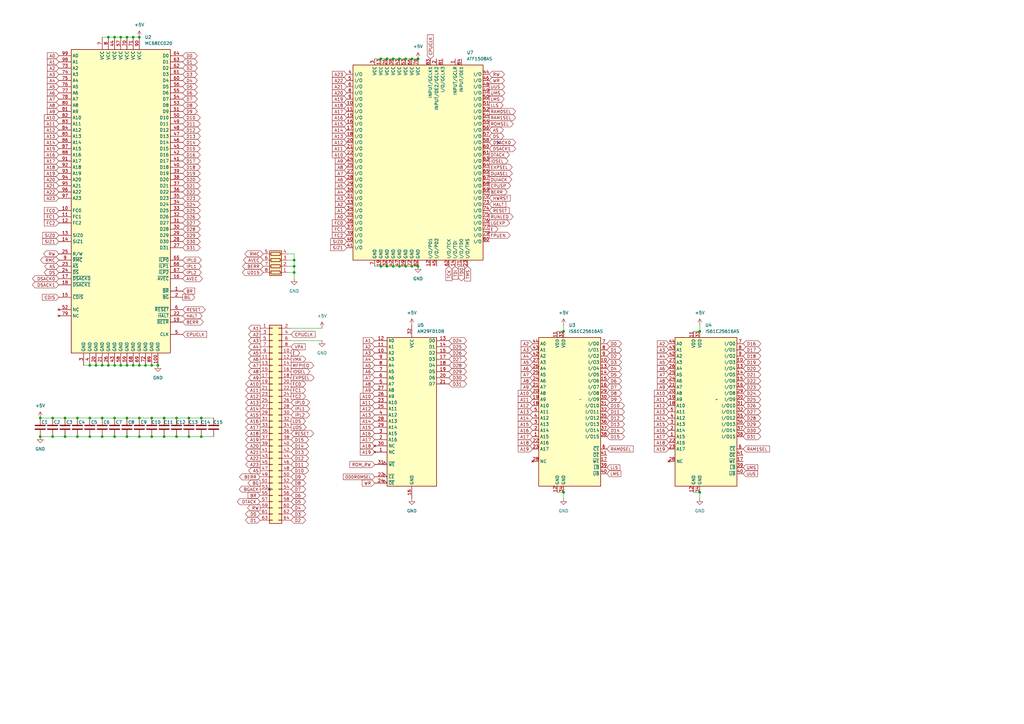
<source format=kicad_sch>
(kicad_sch (version 20231120) (generator "eeschema") (generator_version "8.0")
  (paper "A3")
  (title_block (title "Simple-68020") (company "Malcolm Harrow, 2024, MIT License"))
  (junction (at 120.65 111.76))
  (junction (at 72.39 179.07))
  (junction (at 41.91 179.07))
  (junction (at 287.02 135.89))
  (junction (at 49.53 149.86))
  (junction (at 231.14 201.93))
  (junction (at 82.55 171.45))
  (junction (at 161.29 109.22))
  (junction (at 44.45 15.24))
  (junction (at 26.67 171.45))
  (junction (at 26.67 179.07))
  (junction (at 46.99 149.86))
  (junction (at 156.21 109.22))
  (junction (at 171.45 24.13))
  (junction (at 46.99 171.45))
  (junction (at 67.31 179.07))
  (junction (at 163.83 24.13))
  (junction (at 82.55 179.07))
  (junction (at 120.65 109.22))
  (junction (at 59.69 149.86))
  (junction (at 57.15 179.07))
  (junction (at 16.51 179.07))
  (junction (at 158.75 109.22))
  (junction (at 120.65 106.68))
  (junction (at 36.83 179.07))
  (junction (at 31.75 179.07))
  (junction (at 72.39 171.45))
  (junction (at 44.45 149.86))
  (junction (at 39.37 149.86))
  (junction (at 54.61 15.24))
  (junction (at 158.75 24.13))
  (junction (at 168.91 109.22))
  (junction (at 41.91 149.86))
  (junction (at 171.45 109.22))
  (junction (at 52.07 179.07))
  (junction (at 54.61 149.86))
  (junction (at 49.53 15.24))
  (junction (at 36.83 149.86))
  (junction (at 41.91 171.45))
  (junction (at 62.23 149.86))
  (junction (at 163.83 109.22))
  (junction (at 161.29 24.13))
  (junction (at 62.23 171.45))
  (junction (at 287.02 201.93))
  (junction (at 168.91 24.13))
  (junction (at 166.37 109.22))
  (junction (at 52.07 171.45))
  (junction (at 67.31 171.45))
  (junction (at 77.47 171.45))
  (junction (at 36.83 171.45))
  (junction (at 57.15 15.24))
  (junction (at 16.51 171.45))
  (junction (at 231.14 135.89))
  (junction (at 156.21 24.13))
  (junction (at 57.15 149.86))
  (junction (at 77.47 179.07))
  (junction (at 21.59 179.07))
  (junction (at 166.37 24.13))
  (junction (at 62.23 179.07))
  (junction (at 57.15 171.45))
  (junction (at 21.59 171.45))
  (junction (at 31.75 171.45))
  (junction (at 64.77 149.86))
  (junction (at 46.99 15.24))
  (junction (at 52.07 15.24))
  (junction (at 52.07 149.86))
  (junction (at 46.99 179.07))
  (no_connect (at 204.47 58.42))
  (no_connect (at 110.49 200.66))
  (wire (pts (xy 287.02 201.93) (xy 287.02 204.47)))
  (wire (pts (xy 62.23 179.07) (xy 67.31 179.07)))
  (wire (pts (xy 120.65 111.76) (xy 120.65 109.22)))
  (wire (pts (xy 72.39 179.07) (xy 77.47 179.07)))
  (wire (pts (xy 287.02 133.35) (xy 287.02 135.89)))
  (wire (pts (xy 284.48 135.89) (xy 287.02 135.89)))
  (wire (pts (xy 153.67 24.13) (xy 156.21 24.13)))
  (wire (pts (xy 118.11 109.22) (xy 120.65 109.22)))
  (wire (pts (xy 41.91 15.24) (xy 44.45 15.24)))
  (wire (pts (xy 77.47 179.07) (xy 82.55 179.07)))
  (wire (pts (xy 49.53 15.24) (xy 52.07 15.24)))
  (wire (pts (xy 54.61 149.86) (xy 57.15 149.86)))
  (wire (pts (xy 119.38 134.62) (xy 132.08 134.62)))
  (wire (pts (xy 36.83 179.07) (xy 41.91 179.07)))
  (wire (pts (xy 153.67 109.22) (xy 156.21 109.22)))
  (wire (pts (xy 67.31 179.07) (xy 72.39 179.07)))
  (wire (pts (xy 36.83 171.45) (xy 41.91 171.45)))
  (wire (pts (xy 16.51 171.45) (xy 21.59 171.45)))
  (wire (pts (xy 120.65 106.68) (xy 120.65 104.14)))
  (wire (pts (xy 161.29 109.22) (xy 163.83 109.22)))
  (wire (pts (xy 231.14 201.93) (xy 231.14 204.47)))
  (wire (pts (xy 166.37 109.22) (xy 168.91 109.22)))
  (wire (pts (xy 36.83 149.86) (xy 39.37 149.86)))
  (wire (pts (xy 118.11 104.14) (xy 120.65 104.14)))
  (wire (pts (xy 57.15 171.45) (xy 62.23 171.45)))
  (wire (pts (xy 166.37 24.13) (xy 168.91 24.13)))
  (wire (pts (xy 163.83 109.22) (xy 166.37 109.22)))
  (wire (pts (xy 44.45 15.24) (xy 46.99 15.24)))
  (wire (pts (xy 52.07 149.86) (xy 54.61 149.86)))
  (wire (pts (xy 120.65 109.22) (xy 120.65 106.68)))
  (wire (pts (xy 156.21 109.22) (xy 158.75 109.22)))
  (wire (pts (xy 16.51 179.07) (xy 21.59 179.07)))
  (wire (pts (xy 52.07 15.24) (xy 54.61 15.24)))
  (wire (pts (xy 44.45 149.86) (xy 46.99 149.86)))
  (wire (pts (xy 168.91 24.13) (xy 171.45 24.13)))
  (wire (pts (xy 31.75 179.07) (xy 36.83 179.07)))
  (wire (pts (xy 46.99 15.24) (xy 49.53 15.24)))
  (wire (pts (xy 82.55 179.07) (xy 87.63 179.07)))
  (wire (pts (xy 231.14 133.35) (xy 231.14 135.89)))
  (wire (pts (xy 26.67 179.07) (xy 31.75 179.07)))
  (wire (pts (xy 120.65 114.3) (xy 120.65 111.76)))
  (wire (pts (xy 168.91 109.22) (xy 171.45 109.22)))
  (wire (pts (xy 57.15 149.86) (xy 59.69 149.86)))
  (wire (pts (xy 118.11 106.68) (xy 120.65 106.68)))
  (wire (pts (xy 31.75 171.45) (xy 36.83 171.45)))
  (wire (pts (xy 156.21 24.13) (xy 158.75 24.13)))
  (wire (pts (xy 26.67 171.45) (xy 31.75 171.45)))
  (wire (pts (xy 46.99 149.86) (xy 49.53 149.86)))
  (wire (pts (xy 57.15 179.07) (xy 62.23 179.07)))
  (wire (pts (xy 46.99 179.07) (xy 52.07 179.07)))
  (wire (pts (xy 34.29 149.86) (xy 36.83 149.86)))
  (wire (pts (xy 59.69 149.86) (xy 62.23 149.86)))
  (wire (pts (xy 228.6 201.93) (xy 231.14 201.93)))
  (wire (pts (xy 46.99 171.45) (xy 52.07 171.45)))
  (wire (pts (xy 77.47 171.45) (xy 82.55 171.45)))
  (wire (pts (xy 67.31 171.45) (xy 72.39 171.45)))
  (wire (pts (xy 158.75 24.13) (xy 161.29 24.13)))
  (wire (pts (xy 161.29 24.13) (xy 163.83 24.13)))
  (wire (pts (xy 52.07 179.07) (xy 57.15 179.07)))
  (wire (pts (xy 49.53 149.86) (xy 52.07 149.86)))
  (wire (pts (xy 118.11 111.76) (xy 120.65 111.76)))
  (wire (pts (xy 62.23 149.86) (xy 64.77 149.86)))
  (wire (pts (xy 163.83 24.13) (xy 166.37 24.13)))
  (wire (pts (xy 158.75 109.22) (xy 161.29 109.22)))
  (wire (pts (xy 39.37 149.86) (xy 41.91 149.86)))
  (wire (pts (xy 62.23 171.45) (xy 67.31 171.45)))
  (wire (pts (xy 82.55 171.45) (xy 87.63 171.45)))
  (wire (pts (xy 21.59 179.07) (xy 26.67 179.07)))
  (wire (pts (xy 41.91 179.07) (xy 46.99 179.07)))
  (wire (pts (xy 41.91 149.86) (xy 44.45 149.86)))
  (wire (pts (xy 41.91 171.45) (xy 46.99 171.45)))
  (wire (pts (xy 52.07 171.45) (xy 57.15 171.45)))
  (wire (pts (xy 54.61 15.24) (xy 57.15 15.24)))
  (wire (pts (xy 21.59 171.45) (xy 26.67 171.45)))
  (wire (pts (xy 284.48 201.93) (xy 287.02 201.93)))
  (wire (pts (xy 119.38 139.7) (xy 132.08 139.7)))
  (wire (pts (xy 72.39 171.45) (xy 77.47 171.45)))
  (wire (pts (xy 228.6 135.89) (xy 231.14 135.89)))
  (text "ADDRESS DECODER\n\nA18   A19       A20       A21       A22       A23     UDS       LDS   BOOT    LGEXP  RW    GND\nAS    EVENRAM   ODDRAM    EVENROM   ODDROM    IOSEL   EXPSEL    CPUSP PPDTACK DTACK  WR    VCC\n\n/EVENRAM  =  CPUSP * /AS * /UDS * BOOT * /A23 * /A22 * /A21 * /A20\n/ODDRAM   =  CPUSP * /AS * /LDS * BOOT * /A23 * /A22 * /A21 * /A20\n\n/EVENROM  =  CPUSP * /AS * /UDS * A23 * A22 * A21 * /A20\n          +  CPUSP * /AS * /UDS * /BOOT\n/ODDROM   =  CPUSP * /AS * /LDS * A23 * A22 * A21 * /A20\n          +  CPUSP * /AS * /LDS * /BOOT\n\n/IOSEL    =  CPUSP * A23 * A22 * A21 * A20\n\n/EXPSEL   =  CPUSP * /AS * A23 * /A21\n          +  CPUSP * /AS * /A23 * A22\n          +  CPUSP * /AS * /A23 * A20\n          +  CPUSP * /AS * /A22 * A21\n\n/PPDTACK  =  CPUSP * /EVENROM\n          +  CPUSP * /ODDROM\n          +  CPUSP * /EVENRAM\n          +  CPUSP * /ODDRAM\n          +  CPUSP * /LGEXP * /EXPSEL\n\n/WR       = RW\n\nDTACK.T   = GND\nDTACK.E   = /PPDTACK" (at 434.594 -29.464 0) (effects (font (size 1.27 1.27)) (justify left)))
  (text "WATCHDOG\n\nCLK    AS     CPUSP  A19    A18     A16     A17     NC     NC     NC     NC     GND\n/OE    AX4M   AX2M   AX1M   WDQ0    WDQ1    WDQ2    WDQ3   WDEN   PBERR  BERR   VCC\n\nAX4M.R  = /AX4M\n\nAX2M.R  = /AX4M *  AX2M\n        +  AX4M * /AX2M\n\nAX1M.R  =  AX1M * /AX2M\n        +  AX1M * /AX4M\n        + /AX1M *  AX2M *  AX4M\n\nWDEN    = /AS\n        + /CPUSP * A19\n\nWDQ0.R  =  WDEN *  WDQ0 * /AX1M\n        +  WDEN *  WDQ0 * /AX2M\n        +  WDEN *  WDQ0 * /AX4M\n        +  WDEN * /WDQ0 *  AX1M *  AX2M *  AX4M\n\nWDQ1.R  =  WDEN *  WDQ1 * /WDQ0\n        +  WDEN *  WDQ1 * /AX1M\n        +  WDEN *  WDQ1 * /AX2M\n        +  WDEN *  WDQ1 * /AX4M\n        +  WDEN * /WDQ1 *  WDQ0 *  AX1M *  AX2M *  AX4M\n\nWDQ2.R  =  WDEN *  WDQ2 * /WDQ1\n        +  WDEN *  WDQ2 * /WDQ0\n        +  WDEN *  WDQ2 * /AX1M\n        +  WDEN *  WDQ2 * /AX2M\n        +  WDEN *  WDQ2 * /AX4M\n        +  WDEN * /WDQ2 *  WDQ1 *  WDQ0 *  AX1M *  AX2M *  AX4M\n\nWDQ3.R  =  WDEN *  WDQ3 * /WDQ2\n        +  WDEN *  WDQ3 * /WDQ1\n        +  WDEN *  WDQ3 * /WDQ0\n        +  WDEN *  WDQ3 * /AX1M\n        +  WDEN *  WDQ3 * /AX2M\n        +  WDEN *  WDQ3 * /AX4M\n        +  WDEN * /WDQ3 *  WDQ2 *  WDQ1 *  WDQ0 *  AX1M *  AX2M *  AX4M\n\nPBERR.R =  WDEN *  WDQ3\n        +  WDEN *  PBERR\n\nBERR.T  = GND\nBERR.E  = PBERR" (at 435.356 222.25 0) (effects (font (size 1.27 1.27)) (justify left)))
  (text "DUARTSEL\n\nA6    A7    A8    A9    A10   A11   A12    A13     A14   A15    A16   GND\nNC    A19   NC    A17   A18   LDS   IOSEL  DUASEL  NC    NC     NC    VCC\n\n/DUASEL     = /A6 * /A7 * /A8 * /A9 * /A10 * /A11 * /A12 * /A13 * /A14 * /A15 * /A16 * /A17 * /A18 * /A19 * /LDS * /IOSEL\n" (at 434.594 20.32 0) (effects (font (size 1.27 1.27)) (justify left)))
  (text "Glue       ; CPU glue logic for Classic 68020 edition\n\nClock DS    SIZ0    SIZ1    A0    AS   NC    NC    NC   GND\n/OE   NC    LDS     UDS     QX    Q3   Q2    Q1    Q0   VCC\n\nQ0.R = /QX * /Q0\n\n\nQ1.R = /QX * /Q1 *  Q0\n     + /QX *  Q1 * /Q0\n\n\nQ2.R = /QX *  Q2 * /Q1\n     + /QX *  Q2 * /Q0\n     + /QX * /Q2 *  Q1 *  Q0\n\n\nQ3.R = /QX *  Q3\n     +  QX * /Q3\n\n\nQX.R = /Q3 *  Q2 * /Q1 * /Q0\n     +  Q3 * /Q2 *  Q1 * /Q0\n\n\n/UDS = /DS * /A0\n/LDS = /DS *  A0 \n     + /DS * /SIZ0 \n     + /DS *  SIZ1 " (at 435.356 126.746 0) (effects (font (size 1.27 1.27)) (justify left)))
  (text "GLUE\n\nAS   IOSEL   HWRST  FC2    FC1     FC0   A1    A2    A3     A19      A18    GND\nA17  A16     HALT   RESET  RUNLED  BQ0   BQ1   BQ2   BOOT   CPUSP    DUIACK VCC\n\nHALT.T  =  GND\nHALT.E  =  HWRST\n\nRESET.T =  GND\nRESET.E =  HWRST\n\nRUNLED  = /HALT\n\nAR      = /HALT * /RESET\nBQ0.R   = HALT + RESET              ; High after one memory cycle\nBQ1.R   = HALT * BQ0 + RESET * BQ0  ; High after two memory cycles\nBQ2.R   = HALT * BQ1 + RESET * BQ1  ; High after three memory cycles\nBOOT.R  = HALT * BQ2 + RESET * BQ2  ; High after four memory cycles\n\n/CPUSP  = /HWRST * FC0 * FC1 * FC2\n/DUIACK = /HWRST * FC0 * FC1 * FC2 * /AS * /A1 * /A2 * A3 * A19" (at 434.594 61.468 0) (effects (font (size 1.27 1.27)) (justify left)))
  (global_label "RAM0SEL" (shape input) (at 248.92 184.15 0) (property "Intersheetrefs" "${INTERSHEET_REFS}" (effects (hide yes))))
  (global_label "D25" (shape bidirectional) (at 184.15 142.24 0) (property "Intersheetrefs" "${INTERSHEET_REFS}" (effects (hide yes))))
  (global_label "DS" (shape bidirectional) (at 200.66 55.88 0) (property "Intersheetrefs" "${INTERSHEET_REFS}" (effects (hide yes))))
  (global_label "A15" (shape input) (at 218.44 173.99 180) (property "Intersheetrefs" "${INTERSHEET_REFS}" (effects (hide yes))))
  (global_label "A16" (shape output) (at 106.68 172.72 180) (property "Intersheetrefs" "${INTERSHEET_REFS}" (effects (hide yes))))
  (global_label "VMA" (shape output) (at 119.38 147.32 0) (property "Intersheetrefs" "${INTERSHEET_REFS}" (effects (hide yes))))
  (global_label "A13" (shape input) (at 274.32 168.91 180) (property "Intersheetrefs" "${INTERSHEET_REFS}" (effects (hide yes))))
  (global_label "A0" (shape input) (at 142.24 88.9 180) (property "Intersheetrefs" "${INTERSHEET_REFS}" (effects (hide yes))))
  (global_label "A16" (shape input) (at 24.13 63.5 180) (property "Intersheetrefs" "${INTERSHEET_REFS}" (effects (hide yes))))
  (global_label "BR" (shape input) (at 106.68 203.2 180) (property "Intersheetrefs" "${INTERSHEET_REFS}" (effects (hide yes))))
  (global_label "A6" (shape input) (at 24.13 38.1 180) (property "Intersheetrefs" "${INTERSHEET_REFS}" (effects (hide yes))))
  (global_label "D28" (shape bidirectional) (at 304.8 171.45 0) (property "Intersheetrefs" "${INTERSHEET_REFS}" (effects (hide yes))))
  (global_label "D5" (shape bidirectional) (at 119.38 205.74 0) (property "Intersheetrefs" "${INTERSHEET_REFS}" (effects (hide yes))))
  (global_label "D8" (shape bidirectional) (at 74.93 43.18 0) (property "Intersheetrefs" "${INTERSHEET_REFS}" (effects (hide yes))))
  (global_label "D3" (shape bidirectional) (at 74.93 30.48 0) (property "Intersheetrefs" "${INTERSHEET_REFS}" (effects (hide yes))))
  (global_label "A13" (shape input) (at 218.44 168.91 180) (property "Intersheetrefs" "${INTERSHEET_REFS}" (effects (hide yes))))
  (global_label "A17" (shape output) (at 106.68 175.26 180) (property "Intersheetrefs" "${INTERSHEET_REFS}" (effects (hide yes))))
  (global_label "AVEC" (shape bidirectional) (at 107.95 106.68 180) (property "Intersheetrefs" "${INTERSHEET_REFS}" (effects (hide yes))))
  (global_label "A13" (shape output) (at 106.68 165.1 180) (property "Intersheetrefs" "${INTERSHEET_REFS}" (effects (hide yes))))
  (global_label "D12" (shape bidirectional) (at 119.38 187.96 0) (property "Intersheetrefs" "${INTERSHEET_REFS}" (effects (hide yes))))
  (global_label "DTACK" (shape output) (at 200.66 63.5 0) (property "Intersheetrefs" "${INTERSHEET_REFS}" (effects (hide yes))))
  (global_label "D7" (shape bidirectional) (at 248.92 158.75 0) (property "Intersheetrefs" "${INTERSHEET_REFS}" (effects (hide yes))))
  (global_label "D11" (shape bidirectional) (at 119.38 190.5 0) (property "Intersheetrefs" "${INTERSHEET_REFS}" (effects (hide yes))))
  (global_label "D29" (shape bidirectional) (at 304.8 173.99 0) (property "Intersheetrefs" "${INTERSHEET_REFS}" (effects (hide yes))))
  (global_label "D15" (shape bidirectional) (at 119.38 180.34 0) (property "Intersheetrefs" "${INTERSHEET_REFS}" (effects (hide yes))))
  (global_label "A18" (shape input) (at 24.13 68.58 180) (property "Intersheetrefs" "${INTERSHEET_REFS}" (effects (hide yes))))
  (global_label "D13" (shape bidirectional) (at 248.92 173.99 0) (property "Intersheetrefs" "${INTERSHEET_REFS}" (effects (hide yes))))
  (global_label "FC2" (shape output) (at 119.38 162.56 0) (property "Intersheetrefs" "${INTERSHEET_REFS}" (effects (hide yes))))
  (global_label "VPA" (shape input) (at 119.38 142.24 0) (property "Intersheetrefs" "${INTERSHEET_REFS}" (effects (hide yes))))
  (global_label "BR" (shape input) (at 74.93 119.38 0) (property "Intersheetrefs" "${INTERSHEET_REFS}" (effects (hide yes))))
  (global_label "D6" (shape bidirectional) (at 119.38 203.2 0) (property "Intersheetrefs" "${INTERSHEET_REFS}" (effects (hide yes))))
  (global_label "LMS" (shape output) (at 200.66 40.64 0) (property "Intersheetrefs" "${INTERSHEET_REFS}" (effects (hide yes))))
  (global_label "A2" (shape input) (at 153.67 142.24 180) (property "Intersheetrefs" "${INTERSHEET_REFS}" (effects (hide yes))))
  (global_label "LGEXP" (shape output) (at 200.66 91.44 0) (property "Intersheetrefs" "${INTERSHEET_REFS}" (effects (hide yes))))
  (global_label "A5" (shape input) (at 274.32 148.59 180) (property "Intersheetrefs" "${INTERSHEET_REFS}" (effects (hide yes))))
  (global_label "BERR" (shape output) (at 200.66 78.74 0) (property "Intersheetrefs" "${INTERSHEET_REFS}" (effects (hide yes))))
  (global_label "A22" (shape output) (at 106.68 187.96 180) (property "Intersheetrefs" "${INTERSHEET_REFS}" (effects (hide yes))))
  (global_label "D1" (shape bidirectional) (at 106.68 213.36 180) (property "Intersheetrefs" "${INTERSHEET_REFS}" (effects (hide yes))))
  (global_label "A8" (shape input) (at 153.67 157.48 180) (property "Intersheetrefs" "${INTERSHEET_REFS}" (effects (hide yes))))
  (global_label "A20" (shape input) (at 24.13 73.66 180) (property "Intersheetrefs" "${INTERSHEET_REFS}" (effects (hide yes))))
  (global_label "BERR" (shape bidirectional) (at 74.93 132.08 0) (property "Intersheetrefs" "${INTERSHEET_REFS}" (effects (hide yes))))
  (global_label "D19" (shape bidirectional) (at 74.93 71.12 0) (property "Intersheetrefs" "${INTERSHEET_REFS}" (effects (hide yes))))
  (global_label "D9" (shape bidirectional) (at 248.92 163.83 0) (property "Intersheetrefs" "${INTERSHEET_REFS}" (effects (hide yes))))
  (global_label "A17" (shape input) (at 153.67 180.34 180) (property "Intersheetrefs" "${INTERSHEET_REFS}" (effects (hide yes))))
  (global_label "CPUCLK" (shape input) (at 74.93 137.16 0) (property "Intersheetrefs" "${INTERSHEET_REFS}" (effects (hide yes))))
  (global_label "A10" (shape input) (at 24.13 48.26 180) (property "Intersheetrefs" "${INTERSHEET_REFS}" (effects (hide yes))))
  (global_label "D27" (shape bidirectional) (at 304.8 168.91 0) (property "Intersheetrefs" "${INTERSHEET_REFS}" (effects (hide yes))))
  (global_label "AVEC" (shape bidirectional) (at 74.93 114.3 0) (property "Intersheetrefs" "${INTERSHEET_REFS}" (effects (hide yes))))
  (global_label "A4" (shape input) (at 24.13 33.02 180) (property "Intersheetrefs" "${INTERSHEET_REFS}" (effects (hide yes))))
  (global_label "A15" (shape output) (at 106.68 170.18 180) (property "Intersheetrefs" "${INTERSHEET_REFS}" (effects (hide yes))))
  (global_label "D24" (shape bidirectional) (at 304.8 161.29 0) (property "Intersheetrefs" "${INTERSHEET_REFS}" (effects (hide yes))))
  (global_label "FPUEN" (shape output) (at 200.66 96.52 0) (property "Intersheetrefs" "${INTERSHEET_REFS}" (effects (hide yes))))
  (global_label "A3" (shape input) (at 274.32 143.51 180) (property "Intersheetrefs" "${INTERSHEET_REFS}" (effects (hide yes))))
  (global_label "RESET" (shape bidirectional) (at 119.38 177.8 0) (property "Intersheetrefs" "${INTERSHEET_REFS}" (effects (hide yes))))
  (global_label "D25" (shape bidirectional) (at 74.93 86.36 0) (property "Intersheetrefs" "${INTERSHEET_REFS}" (effects (hide yes))))
  (global_label "A11" (shape input) (at 274.32 163.83 180) (property "Intersheetrefs" "${INTERSHEET_REFS}" (effects (hide yes))))
  (global_label "A0" (shape input) (at 24.13 22.86 180) (property "Intersheetrefs" "${INTERSHEET_REFS}" (effects (hide yes))))
  (global_label "UMS" (shape output) (at 200.66 38.1 0) (property "Intersheetrefs" "${INTERSHEET_REFS}" (effects (hide yes))))
  (global_label "A12" (shape output) (at 106.68 162.56 180) (property "Intersheetrefs" "${INTERSHEET_REFS}" (effects (hide yes))))
  (global_label "D30" (shape bidirectional) (at 74.93 99.06 0) (property "Intersheetrefs" "${INTERSHEET_REFS}" (effects (hide yes))))
  (global_label "CPUCLK" (shape input) (at 119.38 137.16 0) (property "Intersheetrefs" "${INTERSHEET_REFS}" (effects (hide yes))))
  (global_label "A6" (shape input) (at 218.44 151.13 180) (property "Intersheetrefs" "${INTERSHEET_REFS}" (effects (hide yes))))
  (global_label "A2" (shape input) (at 142.24 83.82 180) (property "Intersheetrefs" "${INTERSHEET_REFS}" (effects (hide yes))))
  (global_label "LLS" (shape output) (at 200.66 43.18 0) (property "Intersheetrefs" "${INTERSHEET_REFS}" (effects (hide yes))))
  (global_label "D24" (shape bidirectional) (at 184.15 139.7 0) (property "Intersheetrefs" "${INTERSHEET_REFS}" (effects (hide yes))))
  (global_label "HALT" (shape input) (at 200.66 83.82 0) (property "Intersheetrefs" "${INTERSHEET_REFS}" (effects (hide yes))))
  (global_label "A17" (shape input) (at 24.13 66.04 180) (property "Intersheetrefs" "${INTERSHEET_REFS}" (effects (hide yes))))
  (global_label "RUNLED" (shape output) (at 200.66 88.9 0) (property "Intersheetrefs" "${INTERSHEET_REFS}" (effects (hide yes))))
  (global_label "A14" (shape input) (at 142.24 53.34 180) (property "Intersheetrefs" "${INTERSHEET_REFS}" (effects (hide yes))))
  (global_label "D2" (shape bidirectional) (at 248.92 146.05 0) (property "Intersheetrefs" "${INTERSHEET_REFS}" (effects (hide yes))))
  (global_label "AS" (shape output) (at 106.68 193.04 180) (property "Intersheetrefs" "${INTERSHEET_REFS}" (effects (hide yes))))
  (global_label "D31" (shape bidirectional) (at 74.93 101.6 0) (property "Intersheetrefs" "${INTERSHEET_REFS}" (effects (hide yes))))
  (global_label "D5" (shape bidirectional) (at 248.92 153.67 0) (property "Intersheetrefs" "${INTERSHEET_REFS}" (effects (hide yes))))
  (global_label "D26" (shape bidirectional) (at 74.93 88.9 0) (property "Intersheetrefs" "${INTERSHEET_REFS}" (effects (hide yes))))
  (global_label "A2" (shape input) (at 218.44 140.97 180) (property "Intersheetrefs" "${INTERSHEET_REFS}" (effects (hide yes))))
  (global_label "A15" (shape input) (at 274.32 173.99 180) (property "Intersheetrefs" "${INTERSHEET_REFS}" (effects (hide yes))))
  (global_label "SIZ1" (shape input) (at 24.13 99.06 180) (property "Intersheetrefs" "${INTERSHEET_REFS}" (effects (hide yes))))
  (global_label "BERR" (shape bidirectional) (at 107.95 109.22 180) (property "Intersheetrefs" "${INTERSHEET_REFS}" (effects (hide yes))))
  (global_label "A11" (shape input) (at 142.24 60.96 180) (property "Intersheetrefs" "${INTERSHEET_REFS}" (effects (hide yes))))
  (global_label "A4" (shape output) (at 106.68 142.24 180) (property "Intersheetrefs" "${INTERSHEET_REFS}" (effects (hide yes))))
  (global_label "D13" (shape bidirectional) (at 119.38 185.42 0) (property "Intersheetrefs" "${INTERSHEET_REFS}" (effects (hide yes))))
  (global_label "A9" (shape input) (at 153.67 160.02 180) (property "Intersheetrefs" "${INTERSHEET_REFS}" (effects (hide yes))))
  (global_label "D3" (shape bidirectional) (at 248.92 148.59 0) (property "Intersheetrefs" "${INTERSHEET_REFS}" (effects (hide yes))))
  (global_label "DUASEL" (shape output) (at 200.66 71.12 0) (property "Intersheetrefs" "${INTERSHEET_REFS}" (effects (hide yes))))
  (global_label "A19" (shape input) (at 274.32 184.15 180) (property "Intersheetrefs" "${INTERSHEET_REFS}" (effects (hide yes))))
  (global_label "FC0" (shape output) (at 119.38 157.48 0) (property "Intersheetrefs" "${INTERSHEET_REFS}" (effects (hide yes))))
  (global_label "E" (shape output) (at 200.66 93.98 0) (property "Intersheetrefs" "${INTERSHEET_REFS}" (effects (hide yes))))
  (global_label "RESET" (shape bidirectional) (at 74.93 127 0) (property "Intersheetrefs" "${INTERSHEET_REFS}" (effects (hide yes))))
  (global_label "D28" (shape bidirectional) (at 184.15 149.86 0) (property "Intersheetrefs" "${INTERSHEET_REFS}" (effects (hide yes))))
  (global_label "A11" (shape output) (at 106.68 160.02 180) (property "Intersheetrefs" "${INTERSHEET_REFS}" (effects (hide yes))))
  (global_label "UMS" (shape input) (at 304.8 191.77 0) (effects (font (size 1.1938 1.1938))) (property "Intersheetrefs" "${INTERSHEET_REFS}" (effects (hide yes))))
  (global_label "D27" (shape bidirectional) (at 74.93 91.44 0) (property "Intersheetrefs" "${INTERSHEET_REFS}" (effects (hide yes))))
  (global_label "D2" (shape bidirectional) (at 74.93 27.94 0) (property "Intersheetrefs" "${INTERSHEET_REFS}" (effects (hide yes))))
  (global_label "A11" (shape input) (at 153.67 165.1 180) (property "Intersheetrefs" "${INTERSHEET_REFS}" (effects (hide yes))))
  (global_label "A4" (shape input) (at 142.24 78.74 180) (property "Intersheetrefs" "${INTERSHEET_REFS}" (effects (hide yes))))
  (global_label "D15" (shape bidirectional) (at 74.93 60.96 0) (property "Intersheetrefs" "${INTERSHEET_REFS}" (effects (hide yes))))
  (global_label "D10" (shape bidirectional) (at 74.93 48.26 0) (property "Intersheetrefs" "${INTERSHEET_REFS}" (effects (hide yes))))
  (global_label "D3" (shape bidirectional) (at 119.38 210.82 0) (property "Intersheetrefs" "${INTERSHEET_REFS}" (effects (hide yes))))
  (global_label "D1" (shape bidirectional) (at 74.93 25.4 0) (property "Intersheetrefs" "${INTERSHEET_REFS}" (effects (hide yes))))
  (global_label "D26" (shape bidirectional) (at 184.15 144.78 0) (property "Intersheetrefs" "${INTERSHEET_REFS}" (effects (hide yes))))
  (global_label "FC1" (shape output) (at 119.38 160.02 0) (property "Intersheetrefs" "${INTERSHEET_REFS}" (effects (hide yes))))
  (global_label "A21" (shape input) (at 24.13 76.2 180) (property "Intersheetrefs" "${INTERSHEET_REFS}" (effects (hide yes))))
  (global_label "IPL0" (shape tri_state) (at 74.93 106.68 0) (property "Intersheetrefs" "${INTERSHEET_REFS}" (effects (hide yes))))
  (global_label "D9" (shape bidirectional) (at 74.93 45.72 0) (property "Intersheetrefs" "${INTERSHEET_REFS}" (effects (hide yes))))
  (global_label "D23" (shape bidirectional) (at 74.93 81.28 0) (property "Intersheetrefs" "${INTERSHEET_REFS}" (effects (hide yes))))
  (global_label "D14" (shape bidirectional) (at 119.38 182.88 0) (property "Intersheetrefs" "${INTERSHEET_REFS}" (effects (hide yes))))
  (global_label "DSACK0" (shape bidirectional) (at 24.13 114.3 180) (property "Intersheetrefs" "${INTERSHEET_REFS}" (effects (hide yes))))
  (global_label "TCK" (shape input) (at 184.15 109.22 270) (property "Intersheetrefs" "${INTERSHEET_REFS}" (effects (hide yes))))
  (global_label "DUIACK" (shape output) (at 200.66 73.66 0) (property "Intersheetrefs" "${INTERSHEET_REFS}" (effects (hide yes))))
  (global_label "D30" (shape bidirectional) (at 304.8 176.53 0) (property "Intersheetrefs" "${INTERSHEET_REFS}" (effects (hide yes))))
  (global_label "A6" (shape output) (at 106.68 147.32 180) (property "Intersheetrefs" "${INTERSHEET_REFS}" (effects (hide yes))))
  (global_label "D7" (shape bidirectional) (at 74.93 40.64 0) (property "Intersheetrefs" "${INTERSHEET_REFS}" (effects (hide yes))))
  (global_label "A9" (shape input) (at 218.44 158.75 180) (property "Intersheetrefs" "${INTERSHEET_REFS}" (effects (hide yes))))
  (global_label "D26" (shape bidirectional) (at 304.8 166.37 0) (property "Intersheetrefs" "${INTERSHEET_REFS}" (effects (hide yes))))
  (global_label "A18" (shape output) (at 106.68 177.8 180) (property "Intersheetrefs" "${INTERSHEET_REFS}" (effects (hide yes))))
  (global_label "D24" (shape bidirectional) (at 74.93 83.82 0) (property "Intersheetrefs" "${INTERSHEET_REFS}" (effects (hide yes))))
  (global_label "D6" (shape bidirectional) (at 248.92 156.21 0) (property "Intersheetrefs" "${INTERSHEET_REFS}" (effects (hide yes))))
  (global_label "A3" (shape input) (at 142.24 81.28 180) (property "Intersheetrefs" "${INTERSHEET_REFS}" (effects (hide yes))))
  (global_label "SIZ0" (shape input) (at 142.24 99.06 180) (property "Intersheetrefs" "${INTERSHEET_REFS}" (effects (hide yes))))
  (global_label "MFPIEO" (shape output) (at 119.38 149.86 0) (property "Intersheetrefs" "${INTERSHEET_REFS}" (effects (hide yes))))
  (global_label "A1" (shape output) (at 106.68 134.62 180) (property "Intersheetrefs" "${INTERSHEET_REFS}" (effects (hide yes))))
  (global_label "A7" (shape input) (at 153.67 154.94 180) (property "Intersheetrefs" "${INTERSHEET_REFS}" (effects (hide yes))))
  (global_label "A9" (shape input) (at 142.24 66.04 180) (property "Intersheetrefs" "${INTERSHEET_REFS}" (effects (hide yes))))
  (global_label "CPUSP" (shape output) (at 200.66 76.2 0) (property "Intersheetrefs" "${INTERSHEET_REFS}" (effects (hide yes))))
  (global_label "D4" (shape bidirectional) (at 248.92 151.13 0) (property "Intersheetrefs" "${INTERSHEET_REFS}" (effects (hide yes))))
  (global_label "BG" (shape output) (at 74.93 121.92 0) (property "Intersheetrefs" "${INTERSHEET_REFS}" (effects (hide yes))))
  (global_label "A5" (shape input) (at 24.13 35.56 180) (property "Intersheetrefs" "${INTERSHEET_REFS}" (effects (hide yes))))
  (global_label "WR" (shape input) (at 153.67 198.12 180) (property "Intersheetrefs" "${INTERSHEET_REFS}" (effects (hide yes))))
  (global_label "RAM0SEL" (shape output) (at 200.66 45.72 0) (property "Intersheetrefs" "${INTERSHEET_REFS}" (effects (hide yes))))
  (global_label "D8" (shape bidirectional) (at 248.92 161.29 0) (property "Intersheetrefs" "${INTERSHEET_REFS}" (effects (hide yes))))
  (global_label "A6" (shape input) (at 153.67 152.4 180) (property "Intersheetrefs" "${INTERSHEET_REFS}" (effects (hide yes))))
  (global_label "FC0" (shape input) (at 24.13 86.36 180) (property "Intersheetrefs" "${INTERSHEET_REFS}" (effects (hide yes))))
  (global_label "A1" (shape input) (at 142.24 86.36 180) (property "Intersheetrefs" "${INTERSHEET_REFS}" (effects (hide yes))))
  (global_label "A17" (shape input) (at 218.44 179.07 180) (property "Intersheetrefs" "${INTERSHEET_REFS}" (effects (hide yes))))
  (global_label "A7" (shape input) (at 142.24 71.12 180) (property "Intersheetrefs" "${INTERSHEET_REFS}" (effects (hide yes))))
  (global_label "A19" (shape input) (at 218.44 184.15 180) (property "Intersheetrefs" "${INTERSHEET_REFS}" (effects (hide yes))))
  (global_label "A8" (shape input) (at 274.32 156.21 180) (property "Intersheetrefs" "${INTERSHEET_REFS}" (effects (hide yes))))
  (global_label "WR" (shape bidirectional) (at 200.66 33.02 0) (property "Intersheetrefs" "${INTERSHEET_REFS}" (effects (hide yes))))
  (global_label "D27" (shape bidirectional) (at 184.15 147.32 0) (property "Intersheetrefs" "${INTERSHEET_REFS}" (effects (hide yes))))
  (global_label "A23" (shape input) (at 142.24 30.48 180) (property "Intersheetrefs" "${INTERSHEET_REFS}" (effects (hide yes))))
  (global_label "A12" (shape input) (at 274.32 166.37 180) (property "Intersheetrefs" "${INTERSHEET_REFS}" (effects (hide yes))))
  (global_label "SIZ0" (shape input) (at 24.13 96.52 180) (property "Intersheetrefs" "${INTERSHEET_REFS}" (effects (hide yes))))
  (global_label "D21" (shape bidirectional) (at 74.93 76.2 0) (property "Intersheetrefs" "${INTERSHEET_REFS}" (effects (hide yes))))
  (global_label "A21" (shape input) (at 142.24 35.56 180) (property "Intersheetrefs" "${INTERSHEET_REFS}" (effects (hide yes))))
  (global_label "UD15" (shape bidirectional) (at 107.95 111.76 180) (property "Intersheetrefs" "${INTERSHEET_REFS}" (effects (hide yes))))
  (global_label "A13" (shape input) (at 153.67 170.18 180) (property "Intersheetrefs" "${INTERSHEET_REFS}" (effects (hide yes))))
  (global_label "D17" (shape bidirectional) (at 304.8 143.51 0) (property "Intersheetrefs" "${INTERSHEET_REFS}" (effects (hide yes))))
  (global_label "RMC" (shape bidirectional) (at 107.95 104.14 180) (property "Intersheetrefs" "${INTERSHEET_REFS}" (effects (hide yes))))
  (global_label "A3" (shape input) (at 218.44 143.51 180) (property "Intersheetrefs" "${INTERSHEET_REFS}" (effects (hide yes))))
  (global_label "BG" (shape output) (at 106.68 198.12 180) (property "Intersheetrefs" "${INTERSHEET_REFS}" (effects (hide yes))))
  (global_label "A5" (shape input) (at 142.24 76.2 180) (property "Intersheetrefs" "${INTERSHEET_REFS}" (effects (hide yes))))
  (global_label "D10" (shape bidirectional) (at 119.38 193.04 0) (property "Intersheetrefs" "${INTERSHEET_REFS}" (effects (hide yes))))
  (global_label "D11" (shape bidirectional) (at 248.92 168.91 0) (property "Intersheetrefs" "${INTERSHEET_REFS}" (effects (hide yes))))
  (global_label "A15" (shape input) (at 153.67 175.26 180) (property "Intersheetrefs" "${INTERSHEET_REFS}" (effects (hide yes))))
  (global_label "A4" (shape input) (at 153.67 147.32 180) (property "Intersheetrefs" "${INTERSHEET_REFS}" (effects (hide yes))))
  (global_label "A16" (shape input) (at 218.44 176.53 180) (property "Intersheetrefs" "${INTERSHEET_REFS}" (effects (hide yes))))
  (global_label "LLS" (shape input) (at 248.92 191.77 0) (effects (font (size 1.1938 1.1938))) (property "Intersheetrefs" "${INTERSHEET_REFS}" (effects (hide yes))))
  (global_label "D5" (shape bidirectional) (at 74.93 35.56 0) (property "Intersheetrefs" "${INTERSHEET_REFS}" (effects (hide yes))))
  (global_label "EXPSEL" (shape output) (at 200.66 68.58 0) (property "Intersheetrefs" "${INTERSHEET_REFS}" (effects (hide yes))))
  (global_label "D18" (shape bidirectional) (at 304.8 146.05 0) (property "Intersheetrefs" "${INTERSHEET_REFS}" (effects (hide yes))))
  (global_label "A2" (shape input) (at 24.13 27.94 180) (property "Intersheetrefs" "${INTERSHEET_REFS}" (effects (hide yes))))
  (global_label "D0" (shape bidirectional) (at 74.93 22.86 0) (property "Intersheetrefs" "${INTERSHEET_REFS}" (effects (hide yes))))
  (global_label "LMS" (shape input) (at 248.92 194.31 0) (effects (font (size 1.1938 1.1938))) (property "Intersheetrefs" "${INTERSHEET_REFS}" (effects (hide yes))))
  (global_label "A18" (shape input) (at 142.24 43.18 180) (property "Intersheetrefs" "${INTERSHEET_REFS}" (effects (hide yes))))
  (global_label "A6" (shape input) (at 142.24 73.66 180) (property "Intersheetrefs" "${INTERSHEET_REFS}" (effects (hide yes))))
  (global_label "D20" (shape bidirectional) (at 304.8 151.13 0) (property "Intersheetrefs" "${INTERSHEET_REFS}" (effects (hide yes))))
  (global_label "A9" (shape output) (at 106.68 154.94 180) (property "Intersheetrefs" "${INTERSHEET_REFS}" (effects (hide yes))))
  (global_label "D4" (shape bidirectional) (at 74.93 33.02 0) (property "Intersheetrefs" "${INTERSHEET_REFS}" (effects (hide yes))))
  (global_label "A10" (shape input) (at 274.32 161.29 180) (property "Intersheetrefs" "${INTERSHEET_REFS}" (effects (hide yes))))
  (global_label "A7" (shape input) (at 274.32 153.67 180) (property "Intersheetrefs" "${INTERSHEET_REFS}" (effects (hide yes))))
  (global_label "A10" (shape input) (at 142.24 63.5 180) (property "Intersheetrefs" "${INTERSHEET_REFS}" (effects (hide yes))))
  (global_label "A15" (shape input) (at 24.13 60.96 180) (property "Intersheetrefs" "${INTERSHEET_REFS}" (effects (hide yes))))
  (global_label "UUS" (shape input) (at 304.8 194.31 0) (effects (font (size 1.1938 1.1938))) (property "Intersheetrefs" "${INTERSHEET_REFS}" (effects (hide yes))))
  (global_label "CDIS" (shape input) (at 24.13 121.92 180) (property "Intersheetrefs" "${INTERSHEET_REFS}" (effects (hide yes))))
  (global_label "A4" (shape input) (at 274.32 146.05 180) (property "Intersheetrefs" "${INTERSHEET_REFS}" (effects (hide yes))))
  (global_label "FC2" (shape input) (at 24.13 91.44 180) (property "Intersheetrefs" "${INTERSHEET_REFS}" (effects (hide yes))))
  (global_label "A2" (shape input) (at 274.32 140.97 180) (property "Intersheetrefs" "${INTERSHEET_REFS}" (effects (hide yes))))
  (global_label "A22" (shape input) (at 24.13 78.74 180) (property "Intersheetrefs" "${INTERSHEET_REFS}" (effects (hide yes))))
  (global_label "D0" (shape bidirectional) (at 106.68 210.82 180) (property "Intersheetrefs" "${INTERSHEET_REFS}" (effects (hide yes))))
  (global_label "IPL2" (shape tri_state) (at 74.93 111.76 0) (property "Intersheetrefs" "${INTERSHEET_REFS}" (effects (hide yes))))
  (global_label "A14" (shape output) (at 106.68 167.64 180) (property "Intersheetrefs" "${INTERSHEET_REFS}" (effects (hide yes))))
  (global_label "TMS" (shape input) (at 191.77 109.22 270) (property "Intersheetrefs" "${INTERSHEET_REFS}" (effects (hide yes))))
  (global_label "D15" (shape bidirectional) (at 248.92 179.07 0) (property "Intersheetrefs" "${INTERSHEET_REFS}" (effects (hide yes))))
  (global_label "A16" (shape input) (at 153.67 177.8 180) (property "Intersheetrefs" "${INTERSHEET_REFS}" (effects (hide yes))))
  (global_label "A22" (shape input) (at 142.24 33.02 180) (property "Intersheetrefs" "${INTERSHEET_REFS}" (effects (hide yes))))
  (global_label "A8" (shape input) (at 24.13 43.18 180) (property "Intersheetrefs" "${INTERSHEET_REFS}" (effects (hide yes))))
  (global_label "A10" (shape input) (at 153.67 162.56 180) (property "Intersheetrefs" "${INTERSHEET_REFS}" (effects (hide yes))))
  (global_label "A14" (shape input) (at 274.32 171.45 180) (property "Intersheetrefs" "${INTERSHEET_REFS}" (effects (hide yes))))
  (global_label "A14" (shape input) (at 218.44 171.45 180) (property "Intersheetrefs" "${INTERSHEET_REFS}" (effects (hide yes))))
  (global_label "A17" (shape input) (at 142.24 45.72 180) (property "Intersheetrefs" "${INTERSHEET_REFS}" (effects (hide yes))))
  (global_label "A9" (shape input) (at 274.32 158.75 180) (property "Intersheetrefs" "${INTERSHEET_REFS}" (effects (hide yes))))
  (global_label "D22" (shape bidirectional) (at 74.93 78.74 0) (property "Intersheetrefs" "${INTERSHEET_REFS}" (effects (hide yes))))
  (global_label "UUS" (shape output) (at 200.66 35.56 0) (property "Intersheetrefs" "${INTERSHEET_REFS}" (effects (hide yes))))
  (global_label "DSACK1" (shape bidirectional) (at 200.66 60.96 0) (property "Intersheetrefs" "${INTERSHEET_REFS}" (effects (hide yes))))
  (global_label "D29" (shape bidirectional) (at 184.15 152.4 0) (property "Intersheetrefs" "${INTERSHEET_REFS}" (effects (hide yes))))
  (global_label "D11" (shape bidirectional) (at 74.93 50.8 0) (property "Intersheetrefs" "${INTERSHEET_REFS}" (effects (hide yes))))
  (global_label "D12" (shape bidirectional) (at 248.92 171.45 0) (property "Intersheetrefs" "${INTERSHEET_REFS}" (effects (hide yes))))
  (global_label "A7" (shape output) (at 106.68 149.86 180) (property "Intersheetrefs" "${INTERSHEET_REFS}" (effects (hide yes))))
  (global_label "RESET" (shape input) (at 200.66 86.36 0) (property "Intersheetrefs" "${INTERSHEET_REFS}" (effects (hide yes))))
  (global_label "A12" (shape input) (at 24.13 53.34 180) (property "Intersheetrefs" "${INTERSHEET_REFS}" (effects (hide yes))))
  (global_label "AS" (shape bidirectional) (at 200.66 53.34 0) (property "Intersheetrefs" "${INTERSHEET_REFS}" (effects (hide yes))))
  (global_label "A11" (shape input) (at 218.44 163.83 180) (property "Intersheetrefs" "${INTERSHEET_REFS}" (effects (hide yes))))
  (global_label "D9" (shape bidirectional) (at 119.38 195.58 0) (property "Intersheetrefs" "${INTERSHEET_REFS}" (effects (hide yes))))
  (global_label "DSACK1" (shape bidirectional) (at 24.13 116.84 180) (property "Intersheetrefs" "${INTERSHEET_REFS}" (effects (hide yes))))
  (global_label "D18" (shape bidirectional) (at 74.93 68.58 0) (property "Intersheetrefs" "${INTERSHEET_REFS}" (effects (hide yes))))
  (global_label "RW" (shape bidirectional) (at 200.66 30.48 0) (property "Intersheetrefs" "${INTERSHEET_REFS}" (effects (hide yes))))
  (global_label "D0" (shape bidirectional) (at 248.92 140.97 0) (property "Intersheetrefs" "${INTERSHEET_REFS}" (effects (hide yes))))
  (global_label "RW" (shape bidirectional) (at 24.13 104.14 180) (property "Intersheetrefs" "${INTERSHEET_REFS}" (effects (hide yes))))
  (global_label "D30" (shape bidirectional) (at 184.15 154.94 0) (property "Intersheetrefs" "${INTERSHEET_REFS}" (effects (hide yes))))
  (global_label "A12" (shape input) (at 218.44 166.37 180) (property "Intersheetrefs" "${INTERSHEET_REFS}" (effects (hide yes))))
  (global_label "D10" (shape bidirectional) (at 248.92 166.37 0) (property "Intersheetrefs" "${INTERSHEET_REFS}" (effects (hide yes))))
  (global_label "A16" (shape input) (at 142.24 48.26 180) (property "Intersheetrefs" "${INTERSHEET_REFS}" (effects (hide yes))))
  (global_label "FC1" (shape input) (at 24.13 88.9 180) (property "Intersheetrefs" "${INTERSHEET_REFS}" (effects (hide yes))))
  (global_label "A3" (shape input) (at 24.13 30.48 180) (property "Intersheetrefs" "${INTERSHEET_REFS}" (effects (hide yes))))
  (global_label "D21" (shape bidirectional) (at 304.8 153.67 0) (property "Intersheetrefs" "${INTERSHEET_REFS}" (effects (hide yes))))
  (global_label "FC2" (shape input) (at 142.24 96.52 180) (property "Intersheetrefs" "${INTERSHEET_REFS}" (effects (hide yes))))
  (global_label "A5" (shape output) (at 106.68 144.78 180) (property "Intersheetrefs" "${INTERSHEET_REFS}" (effects (hide yes))))
  (global_label "A14" (shape input) (at 24.13 58.42 180) (property "Intersheetrefs" "${INTERSHEET_REFS}" (effects (hide yes))))
  (global_label "A17" (shape input) (at 274.32 179.07 180) (property "Intersheetrefs" "${INTERSHEET_REFS}" (effects (hide yes))))
  (global_label "A10" (shape output) (at 106.68 157.48 180) (property "Intersheetrefs" "${INTERSHEET_REFS}" (effects (hide yes))))
  (global_label "A16" (shape input) (at 274.32 176.53 180) (property "Intersheetrefs" "${INTERSHEET_REFS}" (effects (hide yes))))
  (global_label "HWRST" (shape input) (at 200.66 81.28 0) (property "Intersheetrefs" "${INTERSHEET_REFS}" (effects (hide yes))))
  (global_label "RMC" (shape bidirectional) (at 24.13 106.68 180) (property "Intersheetrefs" "${INTERSHEET_REFS}" (effects (hide yes))))
  (global_label "D8" (shape bidirectional) (at 119.38 198.12 0) (property "Intersheetrefs" "${INTERSHEET_REFS}" (effects (hide yes))))
  (global_label "A13" (shape input) (at 24.13 55.88 180) (property "Intersheetrefs" "${INTERSHEET_REFS}" (effects (hide yes))))
  (global_label "D19" (shape bidirectional) (at 304.8 148.59 0) (property "Intersheetrefs" "${INTERSHEET_REFS}" (effects (hide yes))))
  (global_label "EXPSEL" (shape output) (at 119.38 154.94 0) (property "Intersheetrefs" "${INTERSHEET_REFS}" (effects (hide yes))))
  (global_label "A2" (shape output) (at 106.68 137.16 180) (property "Intersheetrefs" "${INTERSHEET_REFS}" (effects (hide yes))))
  (global_label "E" (shape output) (at 119.38 144.78 0) (property "Intersheetrefs" "${INTERSHEET_REFS}" (effects (hide yes))))
  (global_label "A19" (shape input) (at 153.67 185.42 180) (property "Intersheetrefs" "${INTERSHEET_REFS}" (effects (hide yes))))
  (global_label "A3" (shape input) (at 153.67 144.78 180) (property "Intersheetrefs" "${INTERSHEET_REFS}" (effects (hide yes))))
  (global_label "A14" (shape input) (at 153.67 172.72 180) (property "Intersheetrefs" "${INTERSHEET_REFS}" (effects (hide yes))))
  (global_label "A8" (shape input) (at 142.24 68.58 180) (property "Intersheetrefs" "${INTERSHEET_REFS}" (effects (hide yes))))
  (global_label "A6" (shape input) (at 274.32 151.13 180) (property "Intersheetrefs" "${INTERSHEET_REFS}" (effects (hide yes))))
  (global_label "D14" (shape bidirectional) (at 74.93 58.42 0) (property "Intersheetrefs" "${INTERSHEET_REFS}" (effects (hide yes))))
  (global_label "D16" (shape bidirectional) (at 74.93 63.5 0) (property "Intersheetrefs" "${INTERSHEET_REFS}" (effects (hide yes))))
  (global_label "HALT" (shape bidirectional) (at 74.93 129.54 0) (property "Intersheetrefs" "${INTERSHEET_REFS}" (effects (hide yes))))
  (global_label "DS" (shape bidirectional) (at 24.13 111.76 180) (property "Intersheetrefs" "${INTERSHEET_REFS}" (effects (hide yes))))
  (global_label "D12" (shape bidirectional) (at 74.93 53.34 0) (property "Intersheetrefs" "${INTERSHEET_REFS}" (effects (hide yes))))
  (global_label "D2" (shape bidirectional) (at 119.38 213.36 0) (property "Intersheetrefs" "${INTERSHEET_REFS}" (effects (hide yes))))
  (global_label "ODDROMSEL" (shape input) (at 153.67 195.58 180) (effects (font (size 1.1938 1.1938))) (property "Intersheetrefs" "${INTERSHEET_REFS}" (effects (hide yes))))
  (global_label "RW" (shape output) (at 106.68 208.28 180) (property "Intersheetrefs" "${INTERSHEET_REFS}" (effects (hide yes))))
  (global_label "D31" (shape bidirectional) (at 184.15 157.48 0) (property "Intersheetrefs" "${INTERSHEET_REFS}" (effects (hide yes))))
  (global_label "A7" (shape input) (at 218.44 153.67 180) (property "Intersheetrefs" "${INTERSHEET_REFS}" (effects (hide yes))))
  (global_label "D13" (shape bidirectional) (at 74.93 55.88 0) (property "Intersheetrefs" "${INTERSHEET_REFS}" (effects (hide yes))))
  (global_label "A11" (shape input) (at 24.13 50.8 180) (property "Intersheetrefs" "${INTERSHEET_REFS}" (effects (hide yes))))
  (global_label "ROMSEL" (shape output) (at 200.66 50.8 0) (property "Intersheetrefs" "${INTERSHEET_REFS}" (effects (hide yes))))
  (global_label "A20" (shape input) (at 142.24 38.1 180) (property "Intersheetrefs" "${INTERSHEET_REFS}" (effects (hide yes))))
  (global_label "ROM_RW" (shape input) (at 153.67 190.5 180) (property "Intersheetrefs" "${INTERSHEET_REFS}" (effects (hide yes))))
  (global_label "A20" (shape output) (at 106.68 182.88 180) (property "Intersheetrefs" "${INTERSHEET_REFS}" (effects (hide yes))))
  (global_label "A12" (shape input) (at 153.67 167.64 180) (property "Intersheetrefs" "${INTERSHEET_REFS}" (effects (hide yes))))
  (global_label "A19" (shape output) (at 106.68 180.34 180) (property "Intersheetrefs" "${INTERSHEET_REFS}" (effects (hide yes))))
  (global_label "D6" (shape bidirectional) (at 74.93 38.1 0) (property "Intersheetrefs" "${INTERSHEET_REFS}" (effects (hide yes))))
  (global_label "IPL2" (shape tri_state) (at 119.38 170.18 0) (property "Intersheetrefs" "${INTERSHEET_REFS}" (effects (hide yes))))
  (global_label "A18" (shape input) (at 153.67 182.88 180) (property "Intersheetrefs" "${INTERSHEET_REFS}" (effects (hide yes))))
  (global_label "D7" (shape bidirectional) (at 119.38 200.66 0) (property "Intersheetrefs" "${INTERSHEET_REFS}" (effects (hide yes))))
  (global_label "A19" (shape input) (at 24.13 71.12 180) (property "Intersheetrefs" "${INTERSHEET_REFS}" (effects (hide yes))))
  (global_label "A7" (shape input) (at 24.13 40.64 180) (property "Intersheetrefs" "${INTERSHEET_REFS}" (effects (hide yes))))
  (global_label "A21" (shape output) (at 106.68 185.42 180) (property "Intersheetrefs" "${INTERSHEET_REFS}" (effects (hide yes))))
  (global_label "A15" (shape input) (at 142.24 50.8 180) (property "Intersheetrefs" "${INTERSHEET_REFS}" (effects (hide yes))))
  (global_label "IPL1" (shape tri_state) (at 74.93 109.22 0) (property "Intersheetrefs" "${INTERSHEET_REFS}" (effects (hide yes))))
  (global_label "CPUCLK" (shape input) (at 176.53 24.13 90) (property "Intersheetrefs" "${INTERSHEET_REFS}" (effects (hide yes))))
  (global_label "A8" (shape input) (at 218.44 156.21 180) (property "Intersheetrefs" "${INTERSHEET_REFS}" (effects (hide yes))))
  (global_label "BGACK" (shape output) (at 106.68 200.66 180) (property "Intersheetrefs" "${INTERSHEET_REFS}" (effects (hide yes))))
  (global_label "A10" (shape input) (at 218.44 161.29 180) (property "Intersheetrefs" "${INTERSHEET_REFS}" (effects (hide yes))))
  (global_label "D29" (shape bidirectional) (at 74.93 96.52 0) (property "Intersheetrefs" "${INTERSHEET_REFS}" (effects (hide yes))))
  (global_label "AS" (shape bidirectional) (at 24.13 109.22 180) (property "Intersheetrefs" "${INTERSHEET_REFS}" (effects (hide yes))))
  (global_label "DTACK" (shape bidirectional) (at 106.68 205.74 180) (property "Intersheetrefs" "${INTERSHEET_REFS}" (effects (hide yes))))
  (global_label "A19" (shape input) (at 142.24 40.64 180) (property "Intersheetrefs" "${INTERSHEET_REFS}" (effects (hide yes))))
  (global_label "A18" (shape input) (at 218.44 181.61 180) (property "Intersheetrefs" "${INTERSHEET_REFS}" (effects (hide yes))))
  (global_label "A5" (shape input) (at 218.44 148.59 180) (property "Intersheetrefs" "${INTERSHEET_REFS}" (effects (hide yes))))
  (global_label "D23" (shape bidirectional) (at 304.8 158.75 0) (property "Intersheetrefs" "${INTERSHEET_REFS}" (effects (hide yes))))
  (global_label "A4" (shape input) (at 218.44 146.05 180) (property "Intersheetrefs" "${INTERSHEET_REFS}" (effects (hide yes))))
  (global_label "D16" (shape bidirectional) (at 304.8 140.97 0) (property "Intersheetrefs" "${INTERSHEET_REFS}" (effects (hide yes))))
  (global_label "RAM1SEL" (shape input) (at 304.8 184.15 0) (property "Intersheetrefs" "${INTERSHEET_REFS}" (effects (hide yes))))
  (global_label "D20" (shape bidirectional) (at 74.93 73.66 0) (property "Intersheetrefs" "${INTERSHEET_REFS}" (effects (hide yes))))
  (global_label "IOSEL" (shape output) (at 119.38 152.4 0) (property "Intersheetrefs" "${INTERSHEET_REFS}" (effects (hide yes))))
  (global_label "TDO" (shape output) (at 189.23 109.22 270) (property "Intersheetrefs" "${INTERSHEET_REFS}" (effects (hide yes))))
  (global_label "A3" (shape output) (at 106.68 139.7 180) (property "Intersheetrefs" "${INTERSHEET_REFS}" (effects (hide yes))))
  (global_label "D14" (shape bidirectional) (at 248.92 176.53 0) (property "Intersheetrefs" "${INTERSHEET_REFS}" (effects (hide yes))))
  (global_label "A5" (shape input) (at 153.67 149.86 180) (property "Intersheetrefs" "${INTERSHEET_REFS}" (effects (hide yes))))
  (global_label "FC0" (shape input) (at 142.24 91.44 180) (property "Intersheetrefs" "${INTERSHEET_REFS}" (effects (hide yes))))
  (global_label "LDS" (shape output) (at 119.38 172.72 0) (property "Intersheetrefs" "${INTERSHEET_REFS}" (effects (hide yes))))
  (global_label "D4" (shape bidirectional) (at 119.38 208.28 0) (property "Intersheetrefs" "${INTERSHEET_REFS}" (effects (hide yes))))
  (global_label "D17" (shape bidirectional) (at 74.93 66.04 0) (property "Intersheetrefs" "${INTERSHEET_REFS}" (effects (hide yes))))
  (global_label "D28" (shape bidirectional) (at 74.93 93.98 0) (property "Intersheetrefs" "${INTERSHEET_REFS}" (effects (hide yes))))
  (global_label "A23" (shape input) (at 24.13 81.28 180) (property "Intersheetrefs" "${INTERSHEET_REFS}" (effects (hide yes))))
  (global_label "IPL0" (shape tri_state) (at 119.38 165.1 0) (property "Intersheetrefs" "${INTERSHEET_REFS}" (effects (hide yes))))
  (global_label "A1" (shape input) (at 153.67 139.7 180) (property "Intersheetrefs" "${INTERSHEET_REFS}" (effects (hide yes))))
  (global_label "RAM1SEL" (shape output) (at 200.66 48.26 0) (property "Intersheetrefs" "${INTERSHEET_REFS}" (effects (hide yes))))
  (global_label "TDI" (shape input) (at 186.69 109.22 270) (property "Intersheetrefs" "${INTERSHEET_REFS}" (effects (hide yes))))
  (global_label "D25" (shape bidirectional) (at 304.8 163.83 0) (property "Intersheetrefs" "${INTERSHEET_REFS}" (effects (hide yes))))
  (global_label "A23" (shape output) (at 106.68 190.5 180) (property "Intersheetrefs" "${INTERSHEET_REFS}" (effects (hide yes))))
  (global_label "UDS" (shape output) (at 119.38 175.26 0) (property "Intersheetrefs" "${INTERSHEET_REFS}" (effects (hide yes))))
  (global_label "A18" (shape input) (at 274.32 181.61 180) (property "Intersheetrefs" "${INTERSHEET_REFS}" (effects (hide yes))))
  (global_label "BERR" (shape bidirectional) (at 106.68 195.58 180) (property "Intersheetrefs" "${INTERSHEET_REFS}" (effects (hide yes))))
  (global_label "D22" (shape bidirectional) (at 304.8 156.21 0) (property "Intersheetrefs" "${INTERSHEET_REFS}" (effects (hide yes))))
  (global_label "A13" (shape input) (at 142.24 55.88 180) (property "Intersheetrefs" "${INTERSHEET_REFS}" (effects (hide yes))))
  (global_label "DSACK0" (shape bidirectional) (at 200.66 58.42 0) (property "Intersheetrefs" "${INTERSHEET_REFS}" (effects (hide yes))))
  (global_label "A8" (shape output) (at 106.68 152.4 180) (property "Intersheetrefs" "${INTERSHEET_REFS}" (effects (hide yes))))
  (global_label "A1" (shape input) (at 24.13 25.4 180) (property "Intersheetrefs" "${INTERSHEET_REFS}" (effects (hide yes))))
  (global_label "IPL1" (shape tri_state) (at 119.38 167.64 0) (property "Intersheetrefs" "${INTERSHEET_REFS}" (effects (hide yes))))
  (global_label "SIZ1" (shape input) (at 142.24 101.6 180) (property "Intersheetrefs" "${INTERSHEET_REFS}" (effects (hide yes))))
  (global_label "FC1" (shape input) (at 142.24 93.98 180) (property "Intersheetrefs" "${INTERSHEET_REFS}" (effects (hide yes))))
  (global_label "A12" (shape input) (at 142.24 58.42 180) (property "Intersheetrefs" "${INTERSHEET_REFS}" (effects (hide yes))))
  (global_label "A9" (shape input) (at 24.13 45.72 180) (property "Intersheetrefs" "${INTERSHEET_REFS}" (effects (hide yes))))
  (global_label "D1" (shape bidirectional) (at 248.92 143.51 0) (property "Intersheetrefs" "${INTERSHEET_REFS}" (effects (hide yes))))
  (global_label "D31" (shape bidirectional) (at 304.8 179.07 0) (property "Intersheetrefs" "${INTERSHEET_REFS}" (effects (hide yes))))
  (global_label "IOSEL" (shape output) (at 200.66 66.04 0) (property "Intersheetrefs" "${INTERSHEET_REFS}" (effects (hide yes))))
  (symbol (lib_id "Simple-68020:IS61C25616AS") (at 233.68 168.91 0) (unit 1)
    (property "Reference" "U3" (at 233.3341 133.35 0) (effects (justify left)))
    (property "Value" "IS61C25616AS" (at 233.3341 135.89 0) (effects (justify left)))
    (property "Footprint" "Simple-68020:TSOP-II-LongPad" (effects (hide yes)))
    (property "Datasheet" "https://www.issi.com/WW/pdf/61-64C25616AL-AS.pdf" (effects (hide yes)))
    (property "Description" "256K x 16 HIGH-SPEED CMOS STATIC RAM, 25ns, TSOPII-44" (effects (hide yes)))
  )
  (symbol (lib_id "power:+5V") (at 132.08 134.62 0) (unit 1)
    (property "Reference" "#PWR014" (effects (hide yes)))
    (property "Value" "+5V" (at 132.08 129.54 0))
    (property "Description" "Power symbol creates a global label with name \"+5V\"" (effects (hide yes)))
  )
  (symbol (lib_name "GND_4") (lib_id "power:GND") (at 132.08 139.7 0) (unit 1)
    (property "Reference" "#PWR015" (effects (hide yes)))
    (property "Value" "GND" (at 132.08 144.78 0))
    (property "Description" "Power symbol creates a global label with name \"GND\" , ground" (effects (hide yes)))
  )
  (symbol (lib_id "Device:C") (at 46.99 175.26 0) (unit 1)
    (property "Reference" "C7" (at 48.768 172.466 0) (effects (justify top)))
    (property "Value" "100nF" (effects (hide yes)))
    (property "Footprint" "Capacitor_SMD:C_0805_2012Metric_Pad1.18x1.45mm_HandSolder" (effects (hide yes)))
    (property "Datasheet" "https://wmsc.lcsc.com/wmsc/upload/file/pdf/v2/lcsc/2304140030_YAGEO-CC0805KRX7R9BB104_C49678.pdf" (effects (hide yes)))
    (property "Description" "Unpolarized capacitor" (effects (hide yes)))
    (property "JLC" "0805" (effects (hide yes)))
    (property "LCSC" "C49678" (effects (hide yes)))
  )
  (symbol (lib_id "power:GND") (at 168.91 204.47 0) (unit 1)
    (property "Reference" "#PWR06" (effects (hide yes)))
    (property "Value" "GND" (at 168.91 209.55 0))
    (property "Description" "Power symbol creates a global label with name \"GND\" , ground" (effects (hide yes)))
  )
  (symbol (lib_id "power:+5V") (at 231.14 133.35 0) (unit 1)
    (property "Reference" "#PWR05" (effects (hide yes)))
    (property "Value" "+5V" (at 231.14 128.27 0))
    (property "Description" "Power symbol creates a global label with name \"+5V\"" (effects (hide yes)))
  )
  (symbol (lib_id "Device:C") (at 26.67 175.26 0) (unit 1)
    (property "Reference" "C3" (at 28.448 172.466 0) (effects (justify top)))
    (property "Value" "100nF" (effects (hide yes)))
    (property "Footprint" "Capacitor_SMD:C_0805_2012Metric_Pad1.18x1.45mm_HandSolder" (effects (hide yes)))
    (property "Datasheet" "https://wmsc.lcsc.com/wmsc/upload/file/pdf/v2/lcsc/2304140030_YAGEO-CC0805KRX7R9BB104_C49678.pdf" (effects (hide yes)))
    (property "Description" "Unpolarized capacitor" (effects (hide yes)))
    (property "JLC" "0805" (effects (hide yes)))
    (property "LCSC" "C49678" (effects (hide yes)))
  )
  (symbol (lib_id "power:+5V") (at 287.02 133.35 0) (unit 1)
    (property "Reference" "#PWR07" (effects (hide yes)))
    (property "Value" "+5V" (at 287.02 128.27 0))
    (property "Description" "Power symbol creates a global label with name \"+5V\"" (effects (hide yes)))
  )
  (symbol (lib_id "Device:C") (at 57.15 175.26 0) (unit 1)
    (property "Reference" "C9" (at 58.928 172.466 0) (effects (justify top)))
    (property "Value" "100nF" (effects (hide yes)))
    (property "Footprint" "Capacitor_SMD:C_0805_2012Metric_Pad1.18x1.45mm_HandSolder" (effects (hide yes)))
    (property "Datasheet" "https://wmsc.lcsc.com/wmsc/upload/file/pdf/v2/lcsc/2304140030_YAGEO-CC0805KRX7R9BB104_C49678.pdf" (effects (hide yes)))
    (property "Description" "Unpolarized capacitor" (effects (hide yes)))
    (property "JLC" "0805" (effects (hide yes)))
    (property "LCSC" "C49678" (effects (hide yes)))
  )
  (symbol (lib_id "power:GND") (at 64.77 149.86 0) (unit 1)
    (property "Reference" "#PWR08" (effects (hide yes)))
    (property "Value" "GND" (at 64.77 154.94 0))
    (property "Description" "Power symbol creates a global label with name \"GND\" , ground" (effects (hide yes)))
  )
  (symbol (lib_id "Device:C") (at 36.83 175.26 0) (unit 1)
    (property "Reference" "C5" (at 38.608 172.466 0) (effects (justify top)))
    (property "Value" "100nF" (effects (hide yes)))
    (property "Footprint" "Capacitor_SMD:C_0805_2012Metric_Pad1.18x1.45mm_HandSolder" (effects (hide yes)))
    (property "Datasheet" "https://wmsc.lcsc.com/wmsc/upload/file/pdf/v2/lcsc/2304140030_YAGEO-CC0805KRX7R9BB104_C49678.pdf" (effects (hide yes)))
    (property "Description" "Unpolarized capacitor" (effects (hide yes)))
    (property "JLC" "0805" (effects (hide yes)))
    (property "LCSC" "C49678" (effects (hide yes)))
  )
  (symbol (lib_id "Device:C") (at 67.31 175.26 0) (unit 1)
    (property "Reference" "C11" (at 69.088 172.466 0) (effects (justify top)))
    (property "Value" "100nF" (effects (hide yes)))
    (property "Footprint" "Capacitor_SMD:C_0805_2012Metric_Pad1.18x1.45mm_HandSolder" (effects (hide yes)))
    (property "Datasheet" "https://wmsc.lcsc.com/wmsc/upload/file/pdf/v2/lcsc/2304140030_YAGEO-CC0805KRX7R9BB104_C49678.pdf" (effects (hide yes)))
    (property "Description" "Unpolarized capacitor" (effects (hide yes)))
    (property "JLC" "0805" (effects (hide yes)))
    (property "LCSC" "C49678" (effects (hide yes)))
  )
  (symbol (lib_id "Device:C") (at 21.59 175.26 0) (unit 1)
    (property "Reference" "C2" (at 23.368 172.466 0) (effects (justify top)))
    (property "Value" "100nF" (effects (hide yes)))
    (property "Footprint" "Capacitor_SMD:C_0805_2012Metric_Pad1.18x1.45mm_HandSolder" (effects (hide yes)))
    (property "Datasheet" "https://wmsc.lcsc.com/wmsc/upload/file/pdf/v2/lcsc/2304140030_YAGEO-CC0805KRX7R9BB104_C49678.pdf" (effects (hide yes)))
    (property "Description" "Unpolarized capacitor" (effects (hide yes)))
    (property "JLC" "0805" (effects (hide yes)))
    (property "LCSC" "C49678" (effects (hide yes)))
  )
  (symbol (lib_id "Device:C") (at 72.39 175.26 0) (unit 1)
    (property "Reference" "C12" (at 74.168 172.466 0) (effects (justify top)))
    (property "Value" "100nF" (effects (hide yes)))
    (property "Footprint" "Capacitor_SMD:C_0805_2012Metric_Pad1.18x1.45mm_HandSolder" (effects (hide yes)))
    (property "Datasheet" "https://wmsc.lcsc.com/wmsc/upload/file/pdf/v2/lcsc/2304140030_YAGEO-CC0805KRX7R9BB104_C49678.pdf" (effects (hide yes)))
    (property "Description" "Unpolarized capacitor" (effects (hide yes)))
    (property "JLC" "0805" (effects (hide yes)))
    (property "LCSC" "C49678" (effects (hide yes)))
  )
  (symbol (lib_id "power:+5V") (at 57.15 15.24 0) (unit 1)
    (property "Reference" "#PWR09" (effects (hide yes)))
    (property "Value" "+5V" (at 57.15 10.16 0))
    (property "Description" "Power symbol creates a global label with name \"+5V\"" (effects (hide yes)))
  )
  (symbol (lib_id "power:GND") (at 231.14 204.47 0) (unit 1)
    (property "Reference" "#PWR02" (effects (hide yes)))
    (property "Value" "GND" (at 231.14 209.55 0))
    (property "Description" "Power symbol creates a global label with name \"GND\" , ground" (effects (hide yes)))
  )
  (symbol (lib_id "Simple-68020:IS61C25616AS-25") (at 236.22 162.56 0) (unit 1) (in_bom no)
    (property "Reference" "U1" (effects (hide yes)))
    (property "Value" "~" (at 237.49 163.83 0) (effects (justify left)))
  )
  (symbol (lib_id "power:+5V") (at 171.45 24.13 0) (unit 1)
    (property "Reference" "#PWR04" (effects (hide yes)))
    (property "Value" "+5V" (at 171.45 19.05 0))
    (property "Description" "Power symbol creates a global label with name \"+5V\"" (effects (hide yes)))
  )
  (symbol (lib_id "power:GND") (at 287.02 204.47 0) (unit 1)
    (property "Reference" "#PWR011" (effects (hide yes)))
    (property "Value" "GND" (at 287.02 209.55 0))
    (property "Description" "Power symbol creates a global label with name \"GND\" , ground" (effects (hide yes)))
  )
  (symbol (lib_id "Simple-68020:MC68EC020") (at 48.26 92.71 0) (unit 1) (in_bom no)
    (property "Reference" "U2" (at 59.3441 15.24 0) (effects (justify left)))
    (property "Value" "MC68EC020" (at 59.3441 17.78 0) (effects (justify left)))
    (property "Footprint" "Package_QFP:PQFP-100_14x20mm_P0.65mm" (effects (hide yes)))
    (property "Datasheet" "https://www.nxp.com/docs/en/data-sheet/MC68020UM.pdf" (effects (hide yes)))
    (property "Description" "MC68EC020 in QFP 100 package" (effects (hide yes)))
  )
  (symbol (lib_id "Device:C") (at 31.75 175.26 0) (unit 1)
    (property "Reference" "C4" (at 33.528 172.466 0) (effects (justify top)))
    (property "Value" "100nF" (effects (hide yes)))
    (property "Footprint" "Capacitor_SMD:C_0805_2012Metric_Pad1.18x1.45mm_HandSolder" (effects (hide yes)))
    (property "Datasheet" "https://wmsc.lcsc.com/wmsc/upload/file/pdf/v2/lcsc/2304140030_YAGEO-CC0805KRX7R9BB104_C49678.pdf" (effects (hide yes)))
    (property "Description" "Unpolarized capacitor" (effects (hide yes)))
    (property "JLC" "0805" (effects (hide yes)))
    (property "LCSC" "C49678" (effects (hide yes)))
  )
  (symbol (lib_id "Simple-68020:IS61C25616AS") (at 289.56 168.91 0) (unit 1)
    (property "Reference" "U4" (at 289.2141 133.35 0) (effects (justify left)))
    (property "Value" "IS61C25616AS" (at 289.2141 135.89 0) (effects (justify left)))
    (property "Footprint" "Simple-68020:TSOP-II-LongPad" (effects (hide yes)))
    (property "Datasheet" "https://www.issi.com/WW/pdf/61-64C25616AL-AS.pdf" (effects (hide yes)))
    (property "Description" "256K x 16 HIGH-SPEED CMOS STATIC RAM, 25ns, TSOPII-44" (effects (hide yes)))
  )
  (symbol (lib_id "Device:C") (at 52.07 175.26 0) (unit 1)
    (property "Reference" "C8" (at 53.848 172.466 0) (effects (justify top)))
    (property "Value" "100nF" (effects (hide yes)))
    (property "Footprint" "Capacitor_SMD:C_0805_2012Metric_Pad1.18x1.45mm_HandSolder" (effects (hide yes)))
    (property "Datasheet" "https://wmsc.lcsc.com/wmsc/upload/file/pdf/v2/lcsc/2304140030_YAGEO-CC0805KRX7R9BB104_C49678.pdf" (effects (hide yes)))
    (property "Description" "Unpolarized capacitor" (effects (hide yes)))
    (property "JLC" "0805" (effects (hide yes)))
    (property "LCSC" "C49678" (effects (hide yes)))
  )
  (symbol (lib_id "Connector_Generic:Conn_02x32_Odd_Even") (at 111.76 172.72 0) (unit 1)
    (property "Reference" "BUS1" (effects (hide yes)))
    (property "Value" "Conn_02x32_Odd_Even" (effects (hide yes)))
    (property "Footprint" "Connector_PinHeader_2.54mm:PinHeader_2x32_P2.54mm_Vertical" (effects (hide yes)))
  )
  (symbol (lib_id "power:GND") (at 171.45 109.22 0) (unit 1)
    (property "Reference" "#PWR03" (effects (hide yes)))
    (property "Value" "GND" (at 171.45 114.3 0))
    (property "Description" "Power symbol creates a global label with name \"GND\" , ground" (effects (hide yes)))
  )
  (symbol (lib_id "power:GND") (at 120.65 114.3 0) (unit 1)
    (property "Reference" "#PWR01" (effects (hide yes)))
    (property "Value" "GND" (at 120.65 119.38 0))
    (property "Description" "Power symbol creates a global label with name \"GND\" , ground" (effects (hide yes)))
  )
  (symbol (lib_id "Device:C") (at 16.51 175.26 0) (unit 1)
    (property "Reference" "C1" (at 18.288 172.466 0) (effects (justify top)))
    (property "Value" "100nF" (effects (hide yes)))
    (property "Footprint" "Capacitor_SMD:C_0805_2012Metric_Pad1.18x1.45mm_HandSolder" (effects (hide yes)))
    (property "Datasheet" "https://wmsc.lcsc.com/wmsc/upload/file/pdf/v2/lcsc/2304140030_YAGEO-CC0805KRX7R9BB104_C49678.pdf" (effects (hide yes)))
    (property "Description" "Unpolarized capacitor" (effects (hide yes)))
    (property "JLC" "0805" (effects (hide yes)))
    (property "LCSC" "C49678" (effects (hide yes)))
  )
  (symbol (lib_id "power:GND") (at 16.51 179.07 0) (unit 1)
    (property "Reference" "#PWR012" (effects (hide yes)))
    (property "Value" "GND" (at 16.51 184.15 0))
    (property "Description" "Power symbol creates a global label with name \"GND\" , ground" (effects (hide yes)))
  )
  (symbol (lib_id "Device:C") (at 62.23 175.26 0) (unit 1)
    (property "Reference" "C10" (at 64.008 172.466 0) (effects (justify top)))
    (property "Value" "100nF" (effects (hide yes)))
    (property "Footprint" "Capacitor_SMD:C_0805_2012Metric_Pad1.18x1.45mm_HandSolder" (effects (hide yes)))
    (property "Datasheet" "https://wmsc.lcsc.com/wmsc/upload/file/pdf/v2/lcsc/2304140030_YAGEO-CC0805KRX7R9BB104_C49678.pdf" (effects (hide yes)))
    (property "Description" "Unpolarized capacitor" (effects (hide yes)))
    (property "JLC" "0805" (effects (hide yes)))
    (property "LCSC" "C49678" (effects (hide yes)))
  )
  (symbol (lib_id "Device:C") (at 77.47 175.26 0) (unit 1)
    (property "Reference" "C13" (at 79.248 172.466 0) (effects (justify top)))
    (property "Value" "100nF" (effects (hide yes)))
    (property "Footprint" "Capacitor_SMD:C_0805_2012Metric_Pad1.18x1.45mm_HandSolder" (effects (hide yes)))
    (property "Datasheet" "https://wmsc.lcsc.com/wmsc/upload/file/pdf/v2/lcsc/2304140030_YAGEO-CC0805KRX7R9BB104_C49678.pdf" (effects (hide yes)))
    (property "Description" "Unpolarized capacitor" (effects (hide yes)))
    (property "JLC" "0805" (effects (hide yes)))
    (property "LCSC" "C49678" (effects (hide yes)))
  )
  (symbol (lib_id "Device:C") (at 41.91 175.26 0) (unit 1)
    (property "Reference" "C6" (at 43.688 172.466 0) (effects (justify top)))
    (property "Value" "100nF" (effects (hide yes)))
    (property "Footprint" "Capacitor_SMD:C_0805_2012Metric_Pad1.18x1.45mm_HandSolder" (effects (hide yes)))
    (property "Datasheet" "https://wmsc.lcsc.com/wmsc/upload/file/pdf/v2/lcsc/2304140030_YAGEO-CC0805KRX7R9BB104_C49678.pdf" (effects (hide yes)))
    (property "Description" "Unpolarized capacitor" (effects (hide yes)))
    (property "JLC" "0805" (effects (hide yes)))
    (property "LCSC" "C49678" (effects (hide yes)))
  )
  (symbol (lib_id "power:+5V") (at 168.91 133.35 0) (unit 1)
    (property "Reference" "#PWR010" (effects (hide yes)))
    (property "Value" "+5V" (at 168.91 128.27 0))
    (property "Description" "Power symbol creates a global label with name \"+5V\"" (effects (hide yes)))
  )
  (symbol (lib_id "Device:C") (at 82.55 175.26 0) (unit 1)
    (property "Reference" "C14" (at 84.328 172.466 0) (effects (justify top)))
    (property "Value" "100nF" (effects (hide yes)))
    (property "Footprint" "Capacitor_SMD:C_0805_2012Metric_Pad1.18x1.45mm_HandSolder" (effects (hide yes)))
    (property "Datasheet" "https://wmsc.lcsc.com/wmsc/upload/file/pdf/v2/lcsc/2304140030_YAGEO-CC0805KRX7R9BB104_C49678.pdf" (effects (hide yes)))
    (property "Description" "Unpolarized capacitor" (effects (hide yes)))
    (property "JLC" "0805" (effects (hide yes)))
    (property "LCSC" "C49678" (effects (hide yes)))
  )
  (symbol (lib_id "Simple-68020:AM29F010B") (at 168.91 170.18 0) (unit 1)
    (property "Reference" "U5" (at 171.1041 133.35 0) (effects (justify left)))
    (property "Value" "AM29F010B" (at 171.1041 135.89 0) (effects (justify left)))
    (property "Footprint" "Package_LCC:PLCC-32_THT-Socket" (effects (hide yes)))
    (property "Datasheet" "https://pdf1.alldatasheet.com/datasheet-pdf/download/55462/AMD/Am29F010-70JC.html" (effects (hide yes)))
    (property "Description" "AMD 128k x 8 Flash ROM" (effects (hide yes)))
  )
  (symbol (lib_id "Simple-68020:ATF1508") (at 172.72 66.04 0) (unit 1)
    (property "Reference" "U7" (at 191.4241 21.59 0) (effects (justify left)))
    (property "Value" "ATF1508AS" (at 191.4241 24.13 0) (effects (justify left)))
    (property "Footprint" "Package_LCC:PLCC-84_THT-Socket" (effects (hide yes)))
    (property "Datasheet" "http://ww1.microchip.com/downloads/en/devicedoc/atmel-0995-cpld-atf1508as(l)-datasheet.pdf" (effects (hide yes)))
  )
  (symbol (lib_id "Device:R_Pack04") (at 113.03 106.68 90) (unit 1)
    (property "Reference" "RN4" (effects (hide yes)))
    (property "Value" "10K" (effects (hide yes)))
    (property "Footprint" "Resistor_SMD:R_Array_Convex_4x0603" (effects (hide yes)))
    (property "Datasheet" "https://wmsc.lcsc.com/wmsc/upload/file/pdf/v2/lcsc/2304140030_UNI-ROYAL-Uniroyal-Elec-4D03WGJ0103T5E_C29718.pdf" (effects (hide yes)))
    (property "Description" "4 resistor network, parallel topology" (effects (hide yes)))
    (property "JLC" "0603x4" (effects (hide yes)))
    (property "LCSC" "C29718" (effects (hide yes)))
  )
  (symbol (lib_id "power:+5V") (at 16.51 171.45 0) (unit 1)
    (property "Reference" "#PWR013" (effects (hide yes)))
    (property "Value" "+5V" (at 16.51 166.37 0))
    (property "Description" "Power symbol creates a global label with name \"+5V\"" (effects (hide yes)))
  )
  (symbol (lib_id "Simple-68020:IS61C25616AS-25") (at 292.1 162.56 0) (unit 1) (in_bom no)
    (property "Reference" "U6" (effects (hide yes)))
    (property "Value" "~" (at 293.37 163.83 0) (effects (justify left)))
  )
  (symbol (lib_id "Device:C") (at 87.63 175.26 0) (unit 1)
    (property "Reference" "C15" (at 89.408 172.466 0) (effects (justify top)))
    (property "Value" "100nF" (effects (hide yes)))
    (property "Footprint" "Capacitor_SMD:C_0805_2012Metric_Pad1.18x1.45mm_HandSolder" (effects (hide yes)))
    (property "Datasheet" "https://wmsc.lcsc.com/wmsc/upload/file/pdf/v2/lcsc/2304140030_YAGEO-CC0805KRX7R9BB104_C49678.pdf" (effects (hide yes)))
    (property "Description" "Unpolarized capacitor" (effects (hide yes)))
    (property "JLC" "0805" (effects (hide yes)))
    (property "LCSC" "C49678" (effects (hide yes)))
  )
)
</source>
